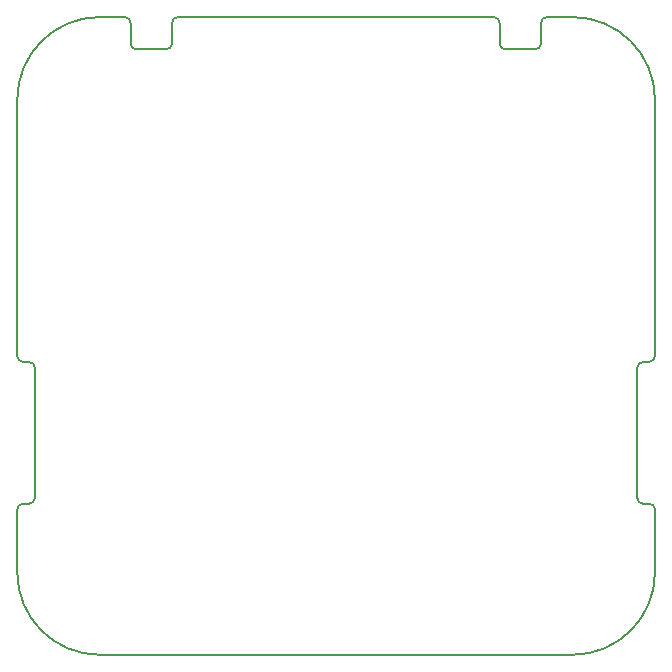
<source format=gbr>
%TF.GenerationSoftware,KiCad,Pcbnew,(5.1.5)-3*%
%TF.CreationDate,2021-04-21T08:58:45+01:00*%
%TF.ProjectId,HT07,48543037-2e6b-4696-9361-645f70636258,rev?*%
%TF.SameCoordinates,Original*%
%TF.FileFunction,Profile,NP*%
%FSLAX46Y46*%
G04 Gerber Fmt 4.6, Leading zero omitted, Abs format (unit mm)*
G04 Created by KiCad (PCBNEW (5.1.5)-3) date 2021-04-21 08:58:45*
%MOMM*%
%LPD*%
G04 APERTURE LIST*
%ADD10C,0.200000*%
G04 APERTURE END LIST*
D10*
X136750188Y-101416393D02*
G75*
G02X137250188Y-101916393I0J-500000D01*
G01*
X92850188Y-62466393D02*
X92850188Y-60716393D01*
X90250188Y-114216393D02*
X130250188Y-114216393D01*
X83750188Y-89416393D02*
X84250188Y-89416393D01*
X136750188Y-101416393D02*
X136250188Y-101416393D01*
X136250188Y-89416393D02*
X136750188Y-89416393D01*
X96350188Y-60716393D02*
G75*
G02X96850188Y-60216393I500000J0D01*
G01*
X84750188Y-100916393D02*
G75*
G02X84250188Y-101416393I-500000J0D01*
G01*
X127600188Y-60716393D02*
G75*
G02X128100188Y-60216393I500000J0D01*
G01*
X127600188Y-62466393D02*
G75*
G02X127100188Y-62966393I-500000J0D01*
G01*
X137250188Y-107216393D02*
X137250188Y-101916393D01*
X123600188Y-60216393D02*
X96850188Y-60216393D01*
X130250188Y-60216393D02*
G75*
G02X137250188Y-67216393I0J-7000000D01*
G01*
X137250188Y-88916393D02*
X137250188Y-67216393D01*
X137250188Y-107216393D02*
G75*
G02X130250188Y-114216393I-7000000J0D01*
G01*
X84750188Y-89916393D02*
X84750188Y-100916393D01*
X84250188Y-101416393D02*
X83750188Y-101416393D01*
X124600188Y-62966393D02*
G75*
G02X124100188Y-62466393I0J500000D01*
G01*
X83250188Y-67216393D02*
G75*
G02X90250188Y-60216393I7000000J0D01*
G01*
X95850188Y-62966393D02*
X93350188Y-62966393D01*
X127100188Y-62966393D02*
X124600188Y-62966393D01*
X90250188Y-114216393D02*
G75*
G02X83250188Y-107216393I0J7000000D01*
G01*
X83250188Y-101916393D02*
X83250188Y-107216393D01*
X83250188Y-69621400D02*
X83250188Y-88916393D01*
X135750188Y-89916393D02*
G75*
G02X136250188Y-89416393I500000J0D01*
G01*
X123600188Y-60216393D02*
G75*
G02X124100188Y-60716393I0J-500000D01*
G01*
X92350188Y-60216393D02*
G75*
G02X92850188Y-60716393I0J-500000D01*
G01*
X83750188Y-89416393D02*
G75*
G02X83250188Y-88916393I0J500000D01*
G01*
X83250188Y-67216393D02*
X83250188Y-69621400D01*
X137250188Y-88916393D02*
G75*
G02X136750188Y-89416393I-500000J0D01*
G01*
X84250188Y-89416393D02*
G75*
G02X84750188Y-89916393I0J-500000D01*
G01*
X127600188Y-60716393D02*
X127600188Y-62466393D01*
X130250188Y-60216393D02*
X128100188Y-60216393D01*
X136250188Y-101416393D02*
G75*
G02X135750188Y-100916393I0J500000D01*
G01*
X93350188Y-62966393D02*
G75*
G02X92850188Y-62466393I0J500000D01*
G01*
X124100188Y-62466393D02*
X124100188Y-60716393D01*
X96350188Y-62466393D02*
G75*
G02X95850188Y-62966393I-500000J0D01*
G01*
X96350188Y-60716393D02*
X96350188Y-62466393D01*
X135750188Y-100916393D02*
X135750188Y-89916393D01*
X83250188Y-101916393D02*
G75*
G02X83750188Y-101416393I500000J0D01*
G01*
X92350188Y-60216393D02*
X90250188Y-60216393D01*
M02*

</source>
